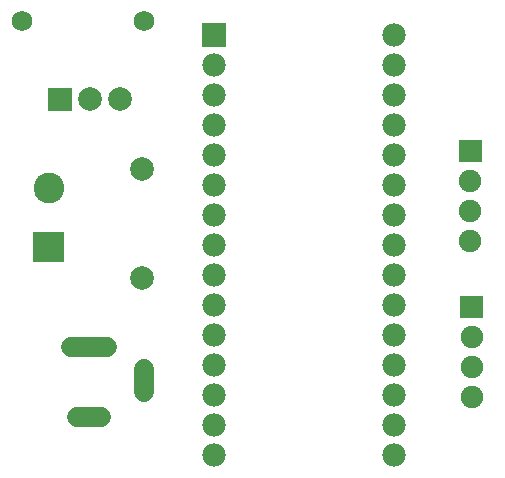
<source format=gts>
G04 Layer: TopSolderMaskLayer*
G04 EasyEDA v6.4.19.3, 2021-03-31T18:03:01+05:30*
G04 c08650e857294e3dbb17a6b3c2855350,e0f298e70ebc440d83774b4d482b81cc,10*
G04 Gerber Generator version 0.2*
G04 Scale: 100 percent, Rotated: No, Reflected: No *
G04 Dimensions in inches *
G04 leading zeros omitted , absolute positions ,3 integer and 6 decimal *
%FSLAX36Y36*%
%MOIN*%

%ADD27C,0.0680*%
%ADD28C,0.0789*%
%ADD30C,0.1025*%
%ADD33C,0.0749*%
%ADD35C,0.0780*%

%LPD*%
D27*
X764251Y2110237D02*
G01*
X842047Y2110237D01*
X988189Y2193391D02*
G01*
X988189Y2271185D01*
X744567Y2342518D02*
G01*
X861732Y2342518D01*
D28*
G01*
X980315Y2574807D03*
G01*
X980315Y2937006D03*
G36*
X618000Y2625900D02*
G01*
X618000Y2728400D01*
X720500Y2728400D01*
X720500Y2625900D01*
G37*
D30*
G01*
X669290Y2874016D03*
G36*
X667699Y3129899D02*
G01*
X667699Y3208699D01*
X746500Y3208699D01*
X746500Y3129899D01*
G37*
D28*
G01*
X807087Y3169292D03*
G01*
X907087Y3169292D03*
D27*
G01*
X986225Y3429135D03*
G01*
X580704Y3429135D03*
G36*
X2041300Y2439299D02*
G01*
X2041300Y2514200D01*
X2116199Y2514200D01*
X2116199Y2439299D01*
G37*
D33*
G01*
X2078741Y2376772D03*
G01*
X2078741Y2276772D03*
G01*
X2078741Y2176772D03*
G36*
X2037299Y2959000D02*
G01*
X2037299Y3033899D01*
X2112299Y3033899D01*
X2112299Y2959000D01*
G37*
G01*
X2074804Y2896457D03*
G01*
X2074804Y2796457D03*
G01*
X2074804Y2696457D03*
G36*
X1181499Y3345300D02*
G01*
X1181499Y3423299D01*
X1259499Y3423299D01*
X1259499Y3345300D01*
G37*
D35*
G01*
X1220473Y3284252D03*
G01*
X1220473Y3184252D03*
G01*
X1220473Y3084252D03*
G01*
X1220473Y2984252D03*
G01*
X1220473Y2884252D03*
G01*
X1220473Y2784252D03*
G01*
X1220473Y2684252D03*
G01*
X1220473Y2584252D03*
G01*
X1220473Y2484252D03*
G01*
X1220473Y2384252D03*
G01*
X1220473Y2284252D03*
G01*
X1220473Y2184252D03*
G01*
X1220473Y2084252D03*
G01*
X1220473Y1984252D03*
G01*
X1820473Y3384252D03*
G01*
X1820473Y3284252D03*
G01*
X1820473Y3184252D03*
G01*
X1820473Y3084252D03*
G01*
X1820473Y2984252D03*
G01*
X1820473Y2884252D03*
G01*
X1820473Y2784252D03*
G01*
X1820473Y2684252D03*
G01*
X1820473Y2584252D03*
G01*
X1820473Y2484252D03*
G01*
X1820473Y2384252D03*
G01*
X1820473Y2284252D03*
G01*
X1820473Y2184252D03*
G01*
X1820473Y2084252D03*
G01*
X1820473Y1984252D03*
M02*

</source>
